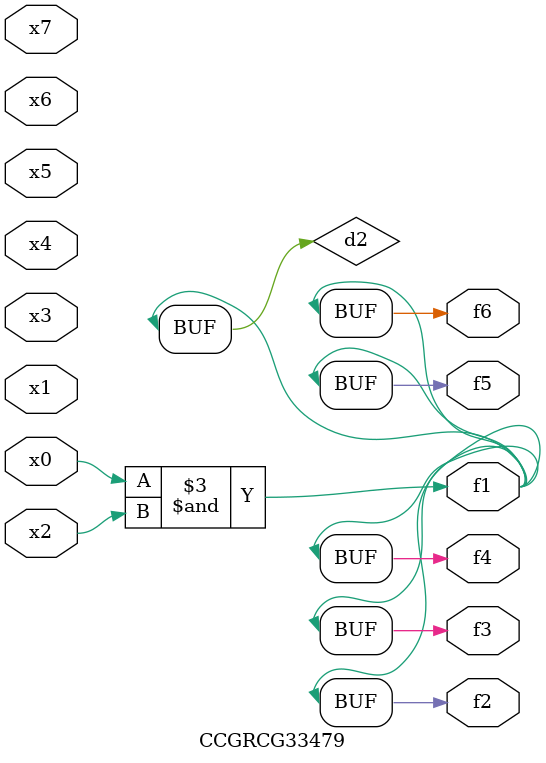
<source format=v>
module CCGRCG33479(
	input x0, x1, x2, x3, x4, x5, x6, x7,
	output f1, f2, f3, f4, f5, f6
);

	wire d1, d2;

	nor (d1, x3, x6);
	and (d2, x0, x2);
	assign f1 = d2;
	assign f2 = d2;
	assign f3 = d2;
	assign f4 = d2;
	assign f5 = d2;
	assign f6 = d2;
endmodule

</source>
